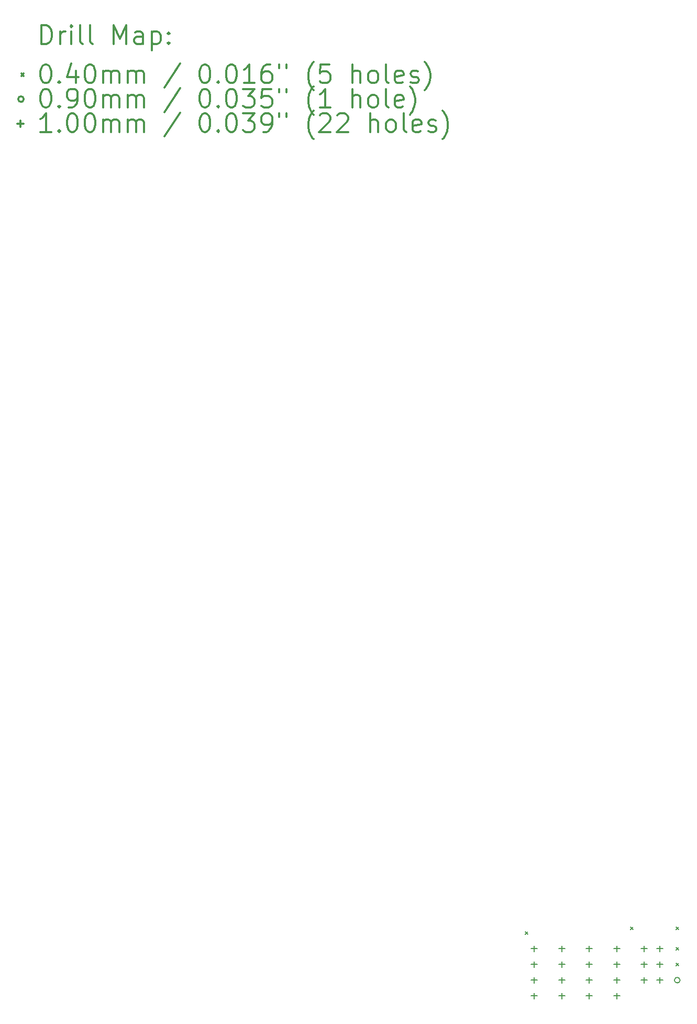
<source format=gbr>
%FSLAX45Y45*%
G04 Gerber Fmt 4.5, Leading zero omitted, Abs format (unit mm)*
G04 Created by KiCad (PCBNEW 5.0.2+dfsg1-1) date Fri 17 Jul 2020 06:13:56 PM PDT*
%MOMM*%
%LPD*%
G01*
G04 APERTURE LIST*
%ADD10C,0.200000*%
%ADD11C,0.300000*%
G04 APERTURE END LIST*
D10*
X107000Y1290000D02*
X147000Y1250000D01*
X147000Y1290000D02*
X107000Y1250000D01*
X1807900Y1366200D02*
X1847900Y1326200D01*
X1847900Y1366200D02*
X1807900Y1326200D01*
X2545400Y1366200D02*
X2585400Y1326200D01*
X2585400Y1366200D02*
X2545400Y1326200D01*
X2545400Y1036000D02*
X2585400Y996000D01*
X2585400Y1036000D02*
X2545400Y996000D01*
X2545400Y782000D02*
X2585400Y742000D01*
X2585400Y782000D02*
X2545400Y742000D01*
X2610400Y508000D02*
G75*
G03X2610400Y508000I-45000J0D01*
G01*
X698500Y1066000D02*
X698500Y966000D01*
X648500Y1016000D02*
X748500Y1016000D01*
X698500Y812000D02*
X698500Y712000D01*
X648500Y762000D02*
X748500Y762000D01*
X698500Y558000D02*
X698500Y458000D01*
X648500Y508000D02*
X748500Y508000D01*
X698500Y304000D02*
X698500Y204000D01*
X648500Y254000D02*
X748500Y254000D01*
X2032000Y1066000D02*
X2032000Y966000D01*
X1982000Y1016000D02*
X2082000Y1016000D01*
X2032000Y812000D02*
X2032000Y712000D01*
X1982000Y762000D02*
X2082000Y762000D01*
X2032000Y558000D02*
X2032000Y458000D01*
X1982000Y508000D02*
X2082000Y508000D01*
X2286000Y1066000D02*
X2286000Y966000D01*
X2236000Y1016000D02*
X2336000Y1016000D01*
X2286000Y812000D02*
X2286000Y712000D01*
X2236000Y762000D02*
X2336000Y762000D01*
X2286000Y558000D02*
X2286000Y458000D01*
X2236000Y508000D02*
X2336000Y508000D01*
X1143000Y1066000D02*
X1143000Y966000D01*
X1093000Y1016000D02*
X1193000Y1016000D01*
X1143000Y812000D02*
X1143000Y712000D01*
X1093000Y762000D02*
X1193000Y762000D01*
X1143000Y558000D02*
X1143000Y458000D01*
X1093000Y508000D02*
X1193000Y508000D01*
X1143000Y304000D02*
X1143000Y204000D01*
X1093000Y254000D02*
X1193000Y254000D01*
X254000Y1066000D02*
X254000Y966000D01*
X204000Y1016000D02*
X304000Y1016000D01*
X254000Y812000D02*
X254000Y712000D01*
X204000Y762000D02*
X304000Y762000D01*
X254000Y558000D02*
X254000Y458000D01*
X204000Y508000D02*
X304000Y508000D01*
X254000Y304000D02*
X254000Y204000D01*
X204000Y254000D02*
X304000Y254000D01*
X1587500Y1066000D02*
X1587500Y966000D01*
X1537500Y1016000D02*
X1637500Y1016000D01*
X1587500Y812000D02*
X1587500Y712000D01*
X1537500Y762000D02*
X1637500Y762000D01*
X1587500Y558000D02*
X1587500Y458000D01*
X1537500Y508000D02*
X1637500Y508000D01*
X1587500Y304000D02*
X1587500Y204000D01*
X1537500Y254000D02*
X1637500Y254000D01*
D11*
X-7714571Y15625186D02*
X-7714571Y15925186D01*
X-7643143Y15925186D01*
X-7600286Y15910900D01*
X-7571714Y15882329D01*
X-7557429Y15853757D01*
X-7543143Y15796614D01*
X-7543143Y15753757D01*
X-7557429Y15696614D01*
X-7571714Y15668043D01*
X-7600286Y15639471D01*
X-7643143Y15625186D01*
X-7714571Y15625186D01*
X-7414571Y15625186D02*
X-7414571Y15825186D01*
X-7414571Y15768043D02*
X-7400286Y15796614D01*
X-7386000Y15810900D01*
X-7357429Y15825186D01*
X-7328857Y15825186D01*
X-7228857Y15625186D02*
X-7228857Y15825186D01*
X-7228857Y15925186D02*
X-7243143Y15910900D01*
X-7228857Y15896614D01*
X-7214571Y15910900D01*
X-7228857Y15925186D01*
X-7228857Y15896614D01*
X-7043143Y15625186D02*
X-7071714Y15639471D01*
X-7086000Y15668043D01*
X-7086000Y15925186D01*
X-6886000Y15625186D02*
X-6914571Y15639471D01*
X-6928857Y15668043D01*
X-6928857Y15925186D01*
X-6543143Y15625186D02*
X-6543143Y15925186D01*
X-6443143Y15710900D01*
X-6343143Y15925186D01*
X-6343143Y15625186D01*
X-6071714Y15625186D02*
X-6071714Y15782329D01*
X-6086000Y15810900D01*
X-6114571Y15825186D01*
X-6171714Y15825186D01*
X-6200286Y15810900D01*
X-6071714Y15639471D02*
X-6100286Y15625186D01*
X-6171714Y15625186D01*
X-6200286Y15639471D01*
X-6214571Y15668043D01*
X-6214571Y15696614D01*
X-6200286Y15725186D01*
X-6171714Y15739471D01*
X-6100286Y15739471D01*
X-6071714Y15753757D01*
X-5928857Y15825186D02*
X-5928857Y15525186D01*
X-5928857Y15810900D02*
X-5900286Y15825186D01*
X-5843143Y15825186D01*
X-5814571Y15810900D01*
X-5800286Y15796614D01*
X-5786000Y15768043D01*
X-5786000Y15682329D01*
X-5800286Y15653757D01*
X-5814571Y15639471D01*
X-5843143Y15625186D01*
X-5900286Y15625186D01*
X-5928857Y15639471D01*
X-5657429Y15653757D02*
X-5643143Y15639471D01*
X-5657429Y15625186D01*
X-5671714Y15639471D01*
X-5657429Y15653757D01*
X-5657429Y15625186D01*
X-5657429Y15810900D02*
X-5643143Y15796614D01*
X-5657429Y15782329D01*
X-5671714Y15796614D01*
X-5657429Y15810900D01*
X-5657429Y15782329D01*
X-8041000Y15150900D02*
X-8001000Y15110900D01*
X-8001000Y15150900D02*
X-8041000Y15110900D01*
X-7657429Y15295186D02*
X-7628857Y15295186D01*
X-7600286Y15280900D01*
X-7586000Y15266614D01*
X-7571714Y15238043D01*
X-7557429Y15180900D01*
X-7557429Y15109471D01*
X-7571714Y15052329D01*
X-7586000Y15023757D01*
X-7600286Y15009471D01*
X-7628857Y14995186D01*
X-7657429Y14995186D01*
X-7686000Y15009471D01*
X-7700286Y15023757D01*
X-7714571Y15052329D01*
X-7728857Y15109471D01*
X-7728857Y15180900D01*
X-7714571Y15238043D01*
X-7700286Y15266614D01*
X-7686000Y15280900D01*
X-7657429Y15295186D01*
X-7428857Y15023757D02*
X-7414571Y15009471D01*
X-7428857Y14995186D01*
X-7443143Y15009471D01*
X-7428857Y15023757D01*
X-7428857Y14995186D01*
X-7157429Y15195186D02*
X-7157429Y14995186D01*
X-7228857Y15309471D02*
X-7300286Y15095186D01*
X-7114571Y15095186D01*
X-6943143Y15295186D02*
X-6914571Y15295186D01*
X-6886000Y15280900D01*
X-6871714Y15266614D01*
X-6857429Y15238043D01*
X-6843143Y15180900D01*
X-6843143Y15109471D01*
X-6857429Y15052329D01*
X-6871714Y15023757D01*
X-6886000Y15009471D01*
X-6914571Y14995186D01*
X-6943143Y14995186D01*
X-6971714Y15009471D01*
X-6986000Y15023757D01*
X-7000286Y15052329D01*
X-7014571Y15109471D01*
X-7014571Y15180900D01*
X-7000286Y15238043D01*
X-6986000Y15266614D01*
X-6971714Y15280900D01*
X-6943143Y15295186D01*
X-6714571Y14995186D02*
X-6714571Y15195186D01*
X-6714571Y15166614D02*
X-6700286Y15180900D01*
X-6671714Y15195186D01*
X-6628857Y15195186D01*
X-6600286Y15180900D01*
X-6586000Y15152329D01*
X-6586000Y14995186D01*
X-6586000Y15152329D02*
X-6571714Y15180900D01*
X-6543143Y15195186D01*
X-6500286Y15195186D01*
X-6471714Y15180900D01*
X-6457429Y15152329D01*
X-6457429Y14995186D01*
X-6314571Y14995186D02*
X-6314571Y15195186D01*
X-6314571Y15166614D02*
X-6300286Y15180900D01*
X-6271714Y15195186D01*
X-6228857Y15195186D01*
X-6200286Y15180900D01*
X-6186000Y15152329D01*
X-6186000Y14995186D01*
X-6186000Y15152329D02*
X-6171714Y15180900D01*
X-6143143Y15195186D01*
X-6100286Y15195186D01*
X-6071714Y15180900D01*
X-6057429Y15152329D01*
X-6057429Y14995186D01*
X-5471714Y15309471D02*
X-5728857Y14923757D01*
X-5086000Y15295186D02*
X-5057429Y15295186D01*
X-5028857Y15280900D01*
X-5014572Y15266614D01*
X-5000286Y15238043D01*
X-4986000Y15180900D01*
X-4986000Y15109471D01*
X-5000286Y15052329D01*
X-5014572Y15023757D01*
X-5028857Y15009471D01*
X-5057429Y14995186D01*
X-5086000Y14995186D01*
X-5114572Y15009471D01*
X-5128857Y15023757D01*
X-5143143Y15052329D01*
X-5157429Y15109471D01*
X-5157429Y15180900D01*
X-5143143Y15238043D01*
X-5128857Y15266614D01*
X-5114572Y15280900D01*
X-5086000Y15295186D01*
X-4857429Y15023757D02*
X-4843143Y15009471D01*
X-4857429Y14995186D01*
X-4871714Y15009471D01*
X-4857429Y15023757D01*
X-4857429Y14995186D01*
X-4657429Y15295186D02*
X-4628857Y15295186D01*
X-4600286Y15280900D01*
X-4586000Y15266614D01*
X-4571714Y15238043D01*
X-4557429Y15180900D01*
X-4557429Y15109471D01*
X-4571714Y15052329D01*
X-4586000Y15023757D01*
X-4600286Y15009471D01*
X-4628857Y14995186D01*
X-4657429Y14995186D01*
X-4686000Y15009471D01*
X-4700286Y15023757D01*
X-4714572Y15052329D01*
X-4728857Y15109471D01*
X-4728857Y15180900D01*
X-4714572Y15238043D01*
X-4700286Y15266614D01*
X-4686000Y15280900D01*
X-4657429Y15295186D01*
X-4271714Y14995186D02*
X-4443143Y14995186D01*
X-4357429Y14995186D02*
X-4357429Y15295186D01*
X-4386000Y15252329D01*
X-4414572Y15223757D01*
X-4443143Y15209471D01*
X-4014571Y15295186D02*
X-4071714Y15295186D01*
X-4100286Y15280900D01*
X-4114571Y15266614D01*
X-4143143Y15223757D01*
X-4157429Y15166614D01*
X-4157429Y15052329D01*
X-4143143Y15023757D01*
X-4128857Y15009471D01*
X-4100286Y14995186D01*
X-4043143Y14995186D01*
X-4014571Y15009471D01*
X-4000286Y15023757D01*
X-3986000Y15052329D01*
X-3986000Y15123757D01*
X-4000286Y15152329D01*
X-4014571Y15166614D01*
X-4043143Y15180900D01*
X-4100286Y15180900D01*
X-4128857Y15166614D01*
X-4143143Y15152329D01*
X-4157429Y15123757D01*
X-3871714Y15295186D02*
X-3871714Y15238043D01*
X-3757429Y15295186D02*
X-3757429Y15238043D01*
X-3314571Y14880900D02*
X-3328857Y14895186D01*
X-3357429Y14938043D01*
X-3371714Y14966614D01*
X-3386000Y15009471D01*
X-3400286Y15080900D01*
X-3400286Y15138043D01*
X-3386000Y15209471D01*
X-3371714Y15252329D01*
X-3357429Y15280900D01*
X-3328857Y15323757D01*
X-3314571Y15338043D01*
X-3057429Y15295186D02*
X-3200286Y15295186D01*
X-3214571Y15152329D01*
X-3200286Y15166614D01*
X-3171714Y15180900D01*
X-3100286Y15180900D01*
X-3071714Y15166614D01*
X-3057429Y15152329D01*
X-3043143Y15123757D01*
X-3043143Y15052329D01*
X-3057429Y15023757D01*
X-3071714Y15009471D01*
X-3100286Y14995186D01*
X-3171714Y14995186D01*
X-3200286Y15009471D01*
X-3214571Y15023757D01*
X-2686000Y14995186D02*
X-2686000Y15295186D01*
X-2557429Y14995186D02*
X-2557429Y15152329D01*
X-2571714Y15180900D01*
X-2600286Y15195186D01*
X-2643143Y15195186D01*
X-2671714Y15180900D01*
X-2686000Y15166614D01*
X-2371714Y14995186D02*
X-2400286Y15009471D01*
X-2414572Y15023757D01*
X-2428857Y15052329D01*
X-2428857Y15138043D01*
X-2414572Y15166614D01*
X-2400286Y15180900D01*
X-2371714Y15195186D01*
X-2328857Y15195186D01*
X-2300286Y15180900D01*
X-2286000Y15166614D01*
X-2271714Y15138043D01*
X-2271714Y15052329D01*
X-2286000Y15023757D01*
X-2300286Y15009471D01*
X-2328857Y14995186D01*
X-2371714Y14995186D01*
X-2100286Y14995186D02*
X-2128857Y15009471D01*
X-2143143Y15038043D01*
X-2143143Y15295186D01*
X-1871714Y15009471D02*
X-1900286Y14995186D01*
X-1957429Y14995186D01*
X-1986000Y15009471D01*
X-2000286Y15038043D01*
X-2000286Y15152329D01*
X-1986000Y15180900D01*
X-1957429Y15195186D01*
X-1900286Y15195186D01*
X-1871714Y15180900D01*
X-1857429Y15152329D01*
X-1857429Y15123757D01*
X-2000286Y15095186D01*
X-1743143Y15009471D02*
X-1714571Y14995186D01*
X-1657429Y14995186D01*
X-1628857Y15009471D01*
X-1614571Y15038043D01*
X-1614571Y15052329D01*
X-1628857Y15080900D01*
X-1657429Y15095186D01*
X-1700286Y15095186D01*
X-1728857Y15109471D01*
X-1743143Y15138043D01*
X-1743143Y15152329D01*
X-1728857Y15180900D01*
X-1700286Y15195186D01*
X-1657429Y15195186D01*
X-1628857Y15180900D01*
X-1514571Y14880900D02*
X-1500286Y14895186D01*
X-1471714Y14938043D01*
X-1457429Y14966614D01*
X-1443143Y15009471D01*
X-1428857Y15080900D01*
X-1428857Y15138043D01*
X-1443143Y15209471D01*
X-1457429Y15252329D01*
X-1471714Y15280900D01*
X-1500286Y15323757D01*
X-1514571Y15338043D01*
X-8001000Y14734900D02*
G75*
G03X-8001000Y14734900I-45000J0D01*
G01*
X-7657429Y14899186D02*
X-7628857Y14899186D01*
X-7600286Y14884900D01*
X-7586000Y14870614D01*
X-7571714Y14842043D01*
X-7557429Y14784900D01*
X-7557429Y14713471D01*
X-7571714Y14656329D01*
X-7586000Y14627757D01*
X-7600286Y14613471D01*
X-7628857Y14599186D01*
X-7657429Y14599186D01*
X-7686000Y14613471D01*
X-7700286Y14627757D01*
X-7714571Y14656329D01*
X-7728857Y14713471D01*
X-7728857Y14784900D01*
X-7714571Y14842043D01*
X-7700286Y14870614D01*
X-7686000Y14884900D01*
X-7657429Y14899186D01*
X-7428857Y14627757D02*
X-7414571Y14613471D01*
X-7428857Y14599186D01*
X-7443143Y14613471D01*
X-7428857Y14627757D01*
X-7428857Y14599186D01*
X-7271714Y14599186D02*
X-7214571Y14599186D01*
X-7186000Y14613471D01*
X-7171714Y14627757D01*
X-7143143Y14670614D01*
X-7128857Y14727757D01*
X-7128857Y14842043D01*
X-7143143Y14870614D01*
X-7157429Y14884900D01*
X-7186000Y14899186D01*
X-7243143Y14899186D01*
X-7271714Y14884900D01*
X-7286000Y14870614D01*
X-7300286Y14842043D01*
X-7300286Y14770614D01*
X-7286000Y14742043D01*
X-7271714Y14727757D01*
X-7243143Y14713471D01*
X-7186000Y14713471D01*
X-7157429Y14727757D01*
X-7143143Y14742043D01*
X-7128857Y14770614D01*
X-6943143Y14899186D02*
X-6914571Y14899186D01*
X-6886000Y14884900D01*
X-6871714Y14870614D01*
X-6857429Y14842043D01*
X-6843143Y14784900D01*
X-6843143Y14713471D01*
X-6857429Y14656329D01*
X-6871714Y14627757D01*
X-6886000Y14613471D01*
X-6914571Y14599186D01*
X-6943143Y14599186D01*
X-6971714Y14613471D01*
X-6986000Y14627757D01*
X-7000286Y14656329D01*
X-7014571Y14713471D01*
X-7014571Y14784900D01*
X-7000286Y14842043D01*
X-6986000Y14870614D01*
X-6971714Y14884900D01*
X-6943143Y14899186D01*
X-6714571Y14599186D02*
X-6714571Y14799186D01*
X-6714571Y14770614D02*
X-6700286Y14784900D01*
X-6671714Y14799186D01*
X-6628857Y14799186D01*
X-6600286Y14784900D01*
X-6586000Y14756329D01*
X-6586000Y14599186D01*
X-6586000Y14756329D02*
X-6571714Y14784900D01*
X-6543143Y14799186D01*
X-6500286Y14799186D01*
X-6471714Y14784900D01*
X-6457429Y14756329D01*
X-6457429Y14599186D01*
X-6314571Y14599186D02*
X-6314571Y14799186D01*
X-6314571Y14770614D02*
X-6300286Y14784900D01*
X-6271714Y14799186D01*
X-6228857Y14799186D01*
X-6200286Y14784900D01*
X-6186000Y14756329D01*
X-6186000Y14599186D01*
X-6186000Y14756329D02*
X-6171714Y14784900D01*
X-6143143Y14799186D01*
X-6100286Y14799186D01*
X-6071714Y14784900D01*
X-6057429Y14756329D01*
X-6057429Y14599186D01*
X-5471714Y14913471D02*
X-5728857Y14527757D01*
X-5086000Y14899186D02*
X-5057429Y14899186D01*
X-5028857Y14884900D01*
X-5014572Y14870614D01*
X-5000286Y14842043D01*
X-4986000Y14784900D01*
X-4986000Y14713471D01*
X-5000286Y14656329D01*
X-5014572Y14627757D01*
X-5028857Y14613471D01*
X-5057429Y14599186D01*
X-5086000Y14599186D01*
X-5114572Y14613471D01*
X-5128857Y14627757D01*
X-5143143Y14656329D01*
X-5157429Y14713471D01*
X-5157429Y14784900D01*
X-5143143Y14842043D01*
X-5128857Y14870614D01*
X-5114572Y14884900D01*
X-5086000Y14899186D01*
X-4857429Y14627757D02*
X-4843143Y14613471D01*
X-4857429Y14599186D01*
X-4871714Y14613471D01*
X-4857429Y14627757D01*
X-4857429Y14599186D01*
X-4657429Y14899186D02*
X-4628857Y14899186D01*
X-4600286Y14884900D01*
X-4586000Y14870614D01*
X-4571714Y14842043D01*
X-4557429Y14784900D01*
X-4557429Y14713471D01*
X-4571714Y14656329D01*
X-4586000Y14627757D01*
X-4600286Y14613471D01*
X-4628857Y14599186D01*
X-4657429Y14599186D01*
X-4686000Y14613471D01*
X-4700286Y14627757D01*
X-4714572Y14656329D01*
X-4728857Y14713471D01*
X-4728857Y14784900D01*
X-4714572Y14842043D01*
X-4700286Y14870614D01*
X-4686000Y14884900D01*
X-4657429Y14899186D01*
X-4457429Y14899186D02*
X-4271714Y14899186D01*
X-4371714Y14784900D01*
X-4328857Y14784900D01*
X-4300286Y14770614D01*
X-4286000Y14756329D01*
X-4271714Y14727757D01*
X-4271714Y14656329D01*
X-4286000Y14627757D01*
X-4300286Y14613471D01*
X-4328857Y14599186D01*
X-4414572Y14599186D01*
X-4443143Y14613471D01*
X-4457429Y14627757D01*
X-4000286Y14899186D02*
X-4143143Y14899186D01*
X-4157429Y14756329D01*
X-4143143Y14770614D01*
X-4114571Y14784900D01*
X-4043143Y14784900D01*
X-4014571Y14770614D01*
X-4000286Y14756329D01*
X-3986000Y14727757D01*
X-3986000Y14656329D01*
X-4000286Y14627757D01*
X-4014571Y14613471D01*
X-4043143Y14599186D01*
X-4114571Y14599186D01*
X-4143143Y14613471D01*
X-4157429Y14627757D01*
X-3871714Y14899186D02*
X-3871714Y14842043D01*
X-3757429Y14899186D02*
X-3757429Y14842043D01*
X-3314571Y14484900D02*
X-3328857Y14499186D01*
X-3357429Y14542043D01*
X-3371714Y14570614D01*
X-3386000Y14613471D01*
X-3400286Y14684900D01*
X-3400286Y14742043D01*
X-3386000Y14813471D01*
X-3371714Y14856329D01*
X-3357429Y14884900D01*
X-3328857Y14927757D01*
X-3314571Y14942043D01*
X-3043143Y14599186D02*
X-3214571Y14599186D01*
X-3128857Y14599186D02*
X-3128857Y14899186D01*
X-3157429Y14856329D01*
X-3186000Y14827757D01*
X-3214571Y14813471D01*
X-2686000Y14599186D02*
X-2686000Y14899186D01*
X-2557429Y14599186D02*
X-2557429Y14756329D01*
X-2571714Y14784900D01*
X-2600286Y14799186D01*
X-2643143Y14799186D01*
X-2671714Y14784900D01*
X-2686000Y14770614D01*
X-2371714Y14599186D02*
X-2400286Y14613471D01*
X-2414572Y14627757D01*
X-2428857Y14656329D01*
X-2428857Y14742043D01*
X-2414572Y14770614D01*
X-2400286Y14784900D01*
X-2371714Y14799186D01*
X-2328857Y14799186D01*
X-2300286Y14784900D01*
X-2286000Y14770614D01*
X-2271714Y14742043D01*
X-2271714Y14656329D01*
X-2286000Y14627757D01*
X-2300286Y14613471D01*
X-2328857Y14599186D01*
X-2371714Y14599186D01*
X-2100286Y14599186D02*
X-2128857Y14613471D01*
X-2143143Y14642043D01*
X-2143143Y14899186D01*
X-1871714Y14613471D02*
X-1900286Y14599186D01*
X-1957429Y14599186D01*
X-1986000Y14613471D01*
X-2000286Y14642043D01*
X-2000286Y14756329D01*
X-1986000Y14784900D01*
X-1957429Y14799186D01*
X-1900286Y14799186D01*
X-1871714Y14784900D01*
X-1857429Y14756329D01*
X-1857429Y14727757D01*
X-2000286Y14699186D01*
X-1757429Y14484900D02*
X-1743143Y14499186D01*
X-1714571Y14542043D01*
X-1700286Y14570614D01*
X-1686000Y14613471D01*
X-1671714Y14684900D01*
X-1671714Y14742043D01*
X-1686000Y14813471D01*
X-1700286Y14856329D01*
X-1714571Y14884900D01*
X-1743143Y14927757D01*
X-1757429Y14942043D01*
X-8051000Y14388900D02*
X-8051000Y14288900D01*
X-8101000Y14338900D02*
X-8001000Y14338900D01*
X-7557429Y14203186D02*
X-7728857Y14203186D01*
X-7643143Y14203186D02*
X-7643143Y14503186D01*
X-7671714Y14460329D01*
X-7700286Y14431757D01*
X-7728857Y14417471D01*
X-7428857Y14231757D02*
X-7414571Y14217471D01*
X-7428857Y14203186D01*
X-7443143Y14217471D01*
X-7428857Y14231757D01*
X-7428857Y14203186D01*
X-7228857Y14503186D02*
X-7200286Y14503186D01*
X-7171714Y14488900D01*
X-7157429Y14474614D01*
X-7143143Y14446043D01*
X-7128857Y14388900D01*
X-7128857Y14317471D01*
X-7143143Y14260329D01*
X-7157429Y14231757D01*
X-7171714Y14217471D01*
X-7200286Y14203186D01*
X-7228857Y14203186D01*
X-7257429Y14217471D01*
X-7271714Y14231757D01*
X-7286000Y14260329D01*
X-7300286Y14317471D01*
X-7300286Y14388900D01*
X-7286000Y14446043D01*
X-7271714Y14474614D01*
X-7257429Y14488900D01*
X-7228857Y14503186D01*
X-6943143Y14503186D02*
X-6914571Y14503186D01*
X-6886000Y14488900D01*
X-6871714Y14474614D01*
X-6857429Y14446043D01*
X-6843143Y14388900D01*
X-6843143Y14317471D01*
X-6857429Y14260329D01*
X-6871714Y14231757D01*
X-6886000Y14217471D01*
X-6914571Y14203186D01*
X-6943143Y14203186D01*
X-6971714Y14217471D01*
X-6986000Y14231757D01*
X-7000286Y14260329D01*
X-7014571Y14317471D01*
X-7014571Y14388900D01*
X-7000286Y14446043D01*
X-6986000Y14474614D01*
X-6971714Y14488900D01*
X-6943143Y14503186D01*
X-6714571Y14203186D02*
X-6714571Y14403186D01*
X-6714571Y14374614D02*
X-6700286Y14388900D01*
X-6671714Y14403186D01*
X-6628857Y14403186D01*
X-6600286Y14388900D01*
X-6586000Y14360329D01*
X-6586000Y14203186D01*
X-6586000Y14360329D02*
X-6571714Y14388900D01*
X-6543143Y14403186D01*
X-6500286Y14403186D01*
X-6471714Y14388900D01*
X-6457429Y14360329D01*
X-6457429Y14203186D01*
X-6314571Y14203186D02*
X-6314571Y14403186D01*
X-6314571Y14374614D02*
X-6300286Y14388900D01*
X-6271714Y14403186D01*
X-6228857Y14403186D01*
X-6200286Y14388900D01*
X-6186000Y14360329D01*
X-6186000Y14203186D01*
X-6186000Y14360329D02*
X-6171714Y14388900D01*
X-6143143Y14403186D01*
X-6100286Y14403186D01*
X-6071714Y14388900D01*
X-6057429Y14360329D01*
X-6057429Y14203186D01*
X-5471714Y14517471D02*
X-5728857Y14131757D01*
X-5086000Y14503186D02*
X-5057429Y14503186D01*
X-5028857Y14488900D01*
X-5014572Y14474614D01*
X-5000286Y14446043D01*
X-4986000Y14388900D01*
X-4986000Y14317471D01*
X-5000286Y14260329D01*
X-5014572Y14231757D01*
X-5028857Y14217471D01*
X-5057429Y14203186D01*
X-5086000Y14203186D01*
X-5114572Y14217471D01*
X-5128857Y14231757D01*
X-5143143Y14260329D01*
X-5157429Y14317471D01*
X-5157429Y14388900D01*
X-5143143Y14446043D01*
X-5128857Y14474614D01*
X-5114572Y14488900D01*
X-5086000Y14503186D01*
X-4857429Y14231757D02*
X-4843143Y14217471D01*
X-4857429Y14203186D01*
X-4871714Y14217471D01*
X-4857429Y14231757D01*
X-4857429Y14203186D01*
X-4657429Y14503186D02*
X-4628857Y14503186D01*
X-4600286Y14488900D01*
X-4586000Y14474614D01*
X-4571714Y14446043D01*
X-4557429Y14388900D01*
X-4557429Y14317471D01*
X-4571714Y14260329D01*
X-4586000Y14231757D01*
X-4600286Y14217471D01*
X-4628857Y14203186D01*
X-4657429Y14203186D01*
X-4686000Y14217471D01*
X-4700286Y14231757D01*
X-4714572Y14260329D01*
X-4728857Y14317471D01*
X-4728857Y14388900D01*
X-4714572Y14446043D01*
X-4700286Y14474614D01*
X-4686000Y14488900D01*
X-4657429Y14503186D01*
X-4457429Y14503186D02*
X-4271714Y14503186D01*
X-4371714Y14388900D01*
X-4328857Y14388900D01*
X-4300286Y14374614D01*
X-4286000Y14360329D01*
X-4271714Y14331757D01*
X-4271714Y14260329D01*
X-4286000Y14231757D01*
X-4300286Y14217471D01*
X-4328857Y14203186D01*
X-4414572Y14203186D01*
X-4443143Y14217471D01*
X-4457429Y14231757D01*
X-4128857Y14203186D02*
X-4071714Y14203186D01*
X-4043143Y14217471D01*
X-4028857Y14231757D01*
X-4000286Y14274614D01*
X-3986000Y14331757D01*
X-3986000Y14446043D01*
X-4000286Y14474614D01*
X-4014571Y14488900D01*
X-4043143Y14503186D01*
X-4100286Y14503186D01*
X-4128857Y14488900D01*
X-4143143Y14474614D01*
X-4157429Y14446043D01*
X-4157429Y14374614D01*
X-4143143Y14346043D01*
X-4128857Y14331757D01*
X-4100286Y14317471D01*
X-4043143Y14317471D01*
X-4014571Y14331757D01*
X-4000286Y14346043D01*
X-3986000Y14374614D01*
X-3871714Y14503186D02*
X-3871714Y14446043D01*
X-3757429Y14503186D02*
X-3757429Y14446043D01*
X-3314571Y14088900D02*
X-3328857Y14103186D01*
X-3357429Y14146043D01*
X-3371714Y14174614D01*
X-3386000Y14217471D01*
X-3400286Y14288900D01*
X-3400286Y14346043D01*
X-3386000Y14417471D01*
X-3371714Y14460329D01*
X-3357429Y14488900D01*
X-3328857Y14531757D01*
X-3314571Y14546043D01*
X-3214571Y14474614D02*
X-3200286Y14488900D01*
X-3171714Y14503186D01*
X-3100286Y14503186D01*
X-3071714Y14488900D01*
X-3057429Y14474614D01*
X-3043143Y14446043D01*
X-3043143Y14417471D01*
X-3057429Y14374614D01*
X-3228857Y14203186D01*
X-3043143Y14203186D01*
X-2928857Y14474614D02*
X-2914571Y14488900D01*
X-2886000Y14503186D01*
X-2814571Y14503186D01*
X-2786000Y14488900D01*
X-2771714Y14474614D01*
X-2757429Y14446043D01*
X-2757429Y14417471D01*
X-2771714Y14374614D01*
X-2943143Y14203186D01*
X-2757429Y14203186D01*
X-2400286Y14203186D02*
X-2400286Y14503186D01*
X-2271714Y14203186D02*
X-2271714Y14360329D01*
X-2286000Y14388900D01*
X-2314572Y14403186D01*
X-2357429Y14403186D01*
X-2386000Y14388900D01*
X-2400286Y14374614D01*
X-2086000Y14203186D02*
X-2114572Y14217471D01*
X-2128857Y14231757D01*
X-2143143Y14260329D01*
X-2143143Y14346043D01*
X-2128857Y14374614D01*
X-2114572Y14388900D01*
X-2086000Y14403186D01*
X-2043143Y14403186D01*
X-2014571Y14388900D01*
X-2000286Y14374614D01*
X-1986000Y14346043D01*
X-1986000Y14260329D01*
X-2000286Y14231757D01*
X-2014571Y14217471D01*
X-2043143Y14203186D01*
X-2086000Y14203186D01*
X-1814571Y14203186D02*
X-1843143Y14217471D01*
X-1857429Y14246043D01*
X-1857429Y14503186D01*
X-1586000Y14217471D02*
X-1614571Y14203186D01*
X-1671714Y14203186D01*
X-1700286Y14217471D01*
X-1714571Y14246043D01*
X-1714571Y14360329D01*
X-1700286Y14388900D01*
X-1671714Y14403186D01*
X-1614571Y14403186D01*
X-1586000Y14388900D01*
X-1571714Y14360329D01*
X-1571714Y14331757D01*
X-1714571Y14303186D01*
X-1457429Y14217471D02*
X-1428857Y14203186D01*
X-1371714Y14203186D01*
X-1343143Y14217471D01*
X-1328857Y14246043D01*
X-1328857Y14260329D01*
X-1343143Y14288900D01*
X-1371714Y14303186D01*
X-1414571Y14303186D01*
X-1443143Y14317471D01*
X-1457429Y14346043D01*
X-1457429Y14360329D01*
X-1443143Y14388900D01*
X-1414571Y14403186D01*
X-1371714Y14403186D01*
X-1343143Y14388900D01*
X-1228857Y14088900D02*
X-1214572Y14103186D01*
X-1186000Y14146043D01*
X-1171714Y14174614D01*
X-1157429Y14217471D01*
X-1143143Y14288900D01*
X-1143143Y14346043D01*
X-1157429Y14417471D01*
X-1171714Y14460329D01*
X-1186000Y14488900D01*
X-1214572Y14531757D01*
X-1228857Y14546043D01*
M02*

</source>
